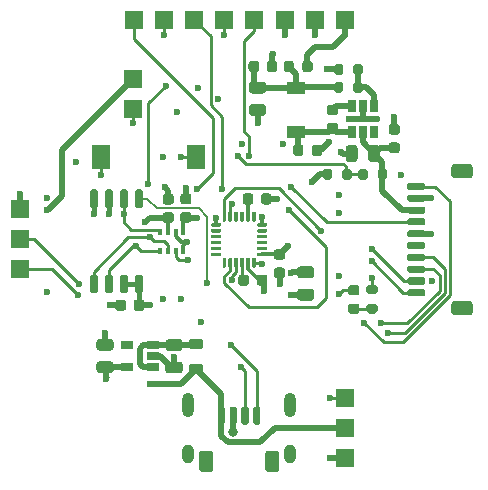
<source format=gbr>
%TF.GenerationSoftware,KiCad,Pcbnew,5.1.8-db9833491~87~ubuntu20.04.1*%
%TF.CreationDate,2020-11-23T17:18:25+01:00*%
%TF.ProjectId,rosalyn-fc,726f7361-6c79-46e2-9d66-632e6b696361,v0.1*%
%TF.SameCoordinates,Original*%
%TF.FileFunction,Copper,L1,Top*%
%TF.FilePolarity,Positive*%
%FSLAX46Y46*%
G04 Gerber Fmt 4.6, Leading zero omitted, Abs format (unit mm)*
G04 Created by KiCad (PCBNEW 5.1.8-db9833491~87~ubuntu20.04.1) date 2020-11-23 17:18:25*
%MOMM*%
%LPD*%
G01*
G04 APERTURE LIST*
%TA.AperFunction,SMDPad,CuDef*%
%ADD10R,1.600000X1.000000*%
%TD*%
%TA.AperFunction,SMDPad,CuDef*%
%ADD11R,0.350000X0.500000*%
%TD*%
%TA.AperFunction,SMDPad,CuDef*%
%ADD12R,1.060000X0.650000*%
%TD*%
%TA.AperFunction,SMDPad,CuDef*%
%ADD13R,0.650000X1.060000*%
%TD*%
%TA.AperFunction,ComponentPad*%
%ADD14O,1.000000X2.100000*%
%TD*%
%TA.AperFunction,ComponentPad*%
%ADD15O,1.000000X1.600000*%
%TD*%
%TA.AperFunction,SMDPad,CuDef*%
%ADD16R,1.500000X1.500000*%
%TD*%
%TA.AperFunction,SMDPad,CuDef*%
%ADD17R,1.500000X2.000000*%
%TD*%
%TA.AperFunction,ViaPad*%
%ADD18C,0.800000*%
%TD*%
%TA.AperFunction,ViaPad*%
%ADD19C,0.600000*%
%TD*%
%TA.AperFunction,Conductor*%
%ADD20C,0.250000*%
%TD*%
%TA.AperFunction,Conductor*%
%ADD21C,0.500000*%
%TD*%
%TA.AperFunction,Conductor*%
%ADD22C,0.300000*%
%TD*%
%TA.AperFunction,Conductor*%
%ADD23C,0.400000*%
%TD*%
%TA.AperFunction,Conductor*%
%ADD24C,0.200000*%
%TD*%
G04 APERTURE END LIST*
%TO.P,C7,2*%
%TO.N,GND*%
%TA.AperFunction,SMDPad,CuDef*%
G36*
G01*
X139125000Y-109410000D02*
X138175000Y-109410000D01*
G75*
G02*
X137925000Y-109160000I0J250000D01*
G01*
X137925000Y-108660000D01*
G75*
G02*
X138175000Y-108410000I250000J0D01*
G01*
X139125000Y-108410000D01*
G75*
G02*
X139375000Y-108660000I0J-250000D01*
G01*
X139375000Y-109160000D01*
G75*
G02*
X139125000Y-109410000I-250000J0D01*
G01*
G37*
%TD.AperFunction*%
%TO.P,C7,1*%
%TO.N,+3V3*%
%TA.AperFunction,SMDPad,CuDef*%
G36*
G01*
X139125000Y-111310000D02*
X138175000Y-111310000D01*
G75*
G02*
X137925000Y-111060000I0J250000D01*
G01*
X137925000Y-110560000D01*
G75*
G02*
X138175000Y-110310000I250000J0D01*
G01*
X139125000Y-110310000D01*
G75*
G02*
X139375000Y-110560000I0J-250000D01*
G01*
X139375000Y-111060000D01*
G75*
G02*
X139125000Y-111310000I-250000J0D01*
G01*
G37*
%TD.AperFunction*%
%TD*%
%TO.P,C6,2*%
%TO.N,Net-(C6-Pad2)*%
%TA.AperFunction,SMDPad,CuDef*%
G36*
G01*
X144965000Y-109420000D02*
X144015000Y-109420000D01*
G75*
G02*
X143765000Y-109170000I0J250000D01*
G01*
X143765000Y-108670000D01*
G75*
G02*
X144015000Y-108420000I250000J0D01*
G01*
X144965000Y-108420000D01*
G75*
G02*
X145215000Y-108670000I0J-250000D01*
G01*
X145215000Y-109170000D01*
G75*
G02*
X144965000Y-109420000I-250000J0D01*
G01*
G37*
%TD.AperFunction*%
%TO.P,C6,1*%
%TO.N,GND*%
%TA.AperFunction,SMDPad,CuDef*%
G36*
G01*
X144965000Y-111320000D02*
X144015000Y-111320000D01*
G75*
G02*
X143765000Y-111070000I0J250000D01*
G01*
X143765000Y-110570000D01*
G75*
G02*
X144015000Y-110320000I250000J0D01*
G01*
X144965000Y-110320000D01*
G75*
G02*
X145215000Y-110570000I0J-250000D01*
G01*
X145215000Y-111070000D01*
G75*
G02*
X144965000Y-111320000I-250000J0D01*
G01*
G37*
%TD.AperFunction*%
%TD*%
%TO.P,C20,2*%
%TO.N,GND*%
%TA.AperFunction,SMDPad,CuDef*%
G36*
G01*
X144250000Y-97025000D02*
X143750000Y-97025000D01*
G75*
G02*
X143525000Y-96800000I0J225000D01*
G01*
X143525000Y-96350000D01*
G75*
G02*
X143750000Y-96125000I225000J0D01*
G01*
X144250000Y-96125000D01*
G75*
G02*
X144475000Y-96350000I0J-225000D01*
G01*
X144475000Y-96800000D01*
G75*
G02*
X144250000Y-97025000I-225000J0D01*
G01*
G37*
%TD.AperFunction*%
%TO.P,C20,1*%
%TO.N,+3V3*%
%TA.AperFunction,SMDPad,CuDef*%
G36*
G01*
X144250000Y-98575000D02*
X143750000Y-98575000D01*
G75*
G02*
X143525000Y-98350000I0J225000D01*
G01*
X143525000Y-97900000D01*
G75*
G02*
X143750000Y-97675000I225000J0D01*
G01*
X144250000Y-97675000D01*
G75*
G02*
X144475000Y-97900000I0J-225000D01*
G01*
X144475000Y-98350000D01*
G75*
G02*
X144250000Y-98575000I-225000J0D01*
G01*
G37*
%TD.AperFunction*%
%TD*%
D10*
%TO.P,L1,2*%
%TO.N,Net-(C18-Pad2)*%
X154844000Y-90866000D03*
%TO.P,L1,1*%
%TO.N,Net-(C19-Pad1)*%
X154844000Y-87166000D03*
%TD*%
%TO.P,R11,1*%
%TO.N,Net-(R10-Pad2)*%
%TA.AperFunction,SMDPad,CuDef*%
G36*
G01*
X160485000Y-85315000D02*
X160485000Y-85865000D01*
G75*
G02*
X160285000Y-86065000I-200000J0D01*
G01*
X159885000Y-86065000D01*
G75*
G02*
X159685000Y-85865000I0J200000D01*
G01*
X159685000Y-85315000D01*
G75*
G02*
X159885000Y-85115000I200000J0D01*
G01*
X160285000Y-85115000D01*
G75*
G02*
X160485000Y-85315000I0J-200000D01*
G01*
G37*
%TD.AperFunction*%
%TO.P,R11,2*%
%TO.N,GND*%
%TA.AperFunction,SMDPad,CuDef*%
G36*
G01*
X158835000Y-85315000D02*
X158835000Y-85865000D01*
G75*
G02*
X158635000Y-86065000I-200000J0D01*
G01*
X158235000Y-86065000D01*
G75*
G02*
X158035000Y-85865000I0J200000D01*
G01*
X158035000Y-85315000D01*
G75*
G02*
X158235000Y-85115000I200000J0D01*
G01*
X158635000Y-85115000D01*
G75*
G02*
X158835000Y-85315000I0J-200000D01*
G01*
G37*
%TD.AperFunction*%
%TD*%
%TO.P,C15,2*%
%TO.N,GND*%
%TA.AperFunction,SMDPad,CuDef*%
G36*
G01*
X140425000Y-105310000D02*
X140425000Y-105810000D01*
G75*
G02*
X140200000Y-106035000I-225000J0D01*
G01*
X139750000Y-106035000D01*
G75*
G02*
X139525000Y-105810000I0J225000D01*
G01*
X139525000Y-105310000D01*
G75*
G02*
X139750000Y-105085000I225000J0D01*
G01*
X140200000Y-105085000D01*
G75*
G02*
X140425000Y-105310000I0J-225000D01*
G01*
G37*
%TD.AperFunction*%
%TO.P,C15,1*%
%TO.N,+3V3*%
%TA.AperFunction,SMDPad,CuDef*%
G36*
G01*
X141975000Y-105310000D02*
X141975000Y-105810000D01*
G75*
G02*
X141750000Y-106035000I-225000J0D01*
G01*
X141300000Y-106035000D01*
G75*
G02*
X141075000Y-105810000I0J225000D01*
G01*
X141075000Y-105310000D01*
G75*
G02*
X141300000Y-105085000I225000J0D01*
G01*
X141750000Y-105085000D01*
G75*
G02*
X141975000Y-105310000I0J-225000D01*
G01*
G37*
%TD.AperFunction*%
%TD*%
%TO.P,C14,2*%
%TO.N,GND*%
%TA.AperFunction,SMDPad,CuDef*%
G36*
G01*
X145740000Y-97015000D02*
X145240000Y-97015000D01*
G75*
G02*
X145015000Y-96790000I0J225000D01*
G01*
X145015000Y-96340000D01*
G75*
G02*
X145240000Y-96115000I225000J0D01*
G01*
X145740000Y-96115000D01*
G75*
G02*
X145965000Y-96340000I0J-225000D01*
G01*
X145965000Y-96790000D01*
G75*
G02*
X145740000Y-97015000I-225000J0D01*
G01*
G37*
%TD.AperFunction*%
%TO.P,C14,1*%
%TO.N,+3V3*%
%TA.AperFunction,SMDPad,CuDef*%
G36*
G01*
X145740000Y-98565000D02*
X145240000Y-98565000D01*
G75*
G02*
X145015000Y-98340000I0J225000D01*
G01*
X145015000Y-97890000D01*
G75*
G02*
X145240000Y-97665000I225000J0D01*
G01*
X145740000Y-97665000D01*
G75*
G02*
X145965000Y-97890000I0J-225000D01*
G01*
X145965000Y-98340000D01*
G75*
G02*
X145740000Y-98565000I-225000J0D01*
G01*
G37*
%TD.AperFunction*%
%TD*%
%TO.P,C13,2*%
%TO.N,GND*%
%TA.AperFunction,SMDPad,CuDef*%
G36*
G01*
X153170000Y-102355000D02*
X153670000Y-102355000D01*
G75*
G02*
X153895000Y-102580000I0J-225000D01*
G01*
X153895000Y-103030000D01*
G75*
G02*
X153670000Y-103255000I-225000J0D01*
G01*
X153170000Y-103255000D01*
G75*
G02*
X152945000Y-103030000I0J225000D01*
G01*
X152945000Y-102580000D01*
G75*
G02*
X153170000Y-102355000I225000J0D01*
G01*
G37*
%TD.AperFunction*%
%TO.P,C13,1*%
%TO.N,+3V3*%
%TA.AperFunction,SMDPad,CuDef*%
G36*
G01*
X153170000Y-100805000D02*
X153670000Y-100805000D01*
G75*
G02*
X153895000Y-101030000I0J-225000D01*
G01*
X153895000Y-101480000D01*
G75*
G02*
X153670000Y-101705000I-225000J0D01*
G01*
X153170000Y-101705000D01*
G75*
G02*
X152945000Y-101480000I0J225000D01*
G01*
X152945000Y-101030000D01*
G75*
G02*
X153170000Y-100805000I225000J0D01*
G01*
G37*
%TD.AperFunction*%
%TD*%
D11*
%TO.P,U1,1*%
%TO.N,GND*%
X145265000Y-100970000D03*
%TO.P,U1,5*%
%TO.N,spi3_miso*%
X143315000Y-99370000D03*
%TO.P,U1,6*%
%TO.N,+3V3*%
X143965000Y-99370000D03*
%TO.P,U1,7*%
%TO.N,GND*%
X144615000Y-99370000D03*
%TO.P,U1,4*%
%TO.N,spi3_sck*%
X143315000Y-100970000D03*
%TO.P,U1,3*%
%TO.N,spi3_mosi*%
X143965000Y-100970000D03*
%TO.P,U1,2*%
%TO.N,baro_cs*%
X144615000Y-100970000D03*
%TO.P,U1,8*%
%TO.N,+3V3*%
X145265000Y-99370000D03*
%TD*%
%TO.P,U5,1*%
%TO.N,GND*%
%TA.AperFunction,SMDPad,CuDef*%
G36*
G01*
X147625000Y-98825000D02*
X147625000Y-98675000D01*
G75*
G02*
X147700000Y-98600000I75000J0D01*
G01*
X148400000Y-98600000D01*
G75*
G02*
X148475000Y-98675000I0J-75000D01*
G01*
X148475000Y-98825000D01*
G75*
G02*
X148400000Y-98900000I-75000J0D01*
G01*
X147700000Y-98900000D01*
G75*
G02*
X147625000Y-98825000I0J75000D01*
G01*
G37*
%TD.AperFunction*%
%TO.P,U5,2*%
%TO.N,N/C*%
%TA.AperFunction,SMDPad,CuDef*%
G36*
G01*
X147625000Y-99325000D02*
X147625000Y-99175000D01*
G75*
G02*
X147700000Y-99100000I75000J0D01*
G01*
X148400000Y-99100000D01*
G75*
G02*
X148475000Y-99175000I0J-75000D01*
G01*
X148475000Y-99325000D01*
G75*
G02*
X148400000Y-99400000I-75000J0D01*
G01*
X147700000Y-99400000D01*
G75*
G02*
X147625000Y-99325000I0J75000D01*
G01*
G37*
%TD.AperFunction*%
%TO.P,U5,3*%
%TA.AperFunction,SMDPad,CuDef*%
G36*
G01*
X147625000Y-99825000D02*
X147625000Y-99675000D01*
G75*
G02*
X147700000Y-99600000I75000J0D01*
G01*
X148400000Y-99600000D01*
G75*
G02*
X148475000Y-99675000I0J-75000D01*
G01*
X148475000Y-99825000D01*
G75*
G02*
X148400000Y-99900000I-75000J0D01*
G01*
X147700000Y-99900000D01*
G75*
G02*
X147625000Y-99825000I0J75000D01*
G01*
G37*
%TD.AperFunction*%
%TO.P,U5,4*%
%TA.AperFunction,SMDPad,CuDef*%
G36*
G01*
X147625000Y-100325000D02*
X147625000Y-100175000D01*
G75*
G02*
X147700000Y-100100000I75000J0D01*
G01*
X148400000Y-100100000D01*
G75*
G02*
X148475000Y-100175000I0J-75000D01*
G01*
X148475000Y-100325000D01*
G75*
G02*
X148400000Y-100400000I-75000J0D01*
G01*
X147700000Y-100400000D01*
G75*
G02*
X147625000Y-100325000I0J75000D01*
G01*
G37*
%TD.AperFunction*%
%TO.P,U5,5*%
%TA.AperFunction,SMDPad,CuDef*%
G36*
G01*
X147625000Y-100825000D02*
X147625000Y-100675000D01*
G75*
G02*
X147700000Y-100600000I75000J0D01*
G01*
X148400000Y-100600000D01*
G75*
G02*
X148475000Y-100675000I0J-75000D01*
G01*
X148475000Y-100825000D01*
G75*
G02*
X148400000Y-100900000I-75000J0D01*
G01*
X147700000Y-100900000D01*
G75*
G02*
X147625000Y-100825000I0J75000D01*
G01*
G37*
%TD.AperFunction*%
%TO.P,U5,6*%
%TA.AperFunction,SMDPad,CuDef*%
G36*
G01*
X147625000Y-101325000D02*
X147625000Y-101175000D01*
G75*
G02*
X147700000Y-101100000I75000J0D01*
G01*
X148400000Y-101100000D01*
G75*
G02*
X148475000Y-101175000I0J-75000D01*
G01*
X148475000Y-101325000D01*
G75*
G02*
X148400000Y-101400000I-75000J0D01*
G01*
X147700000Y-101400000D01*
G75*
G02*
X147625000Y-101325000I0J75000D01*
G01*
G37*
%TD.AperFunction*%
%TO.P,U5,7*%
%TA.AperFunction,SMDPad,CuDef*%
G36*
G01*
X148825000Y-102375000D02*
X148675000Y-102375000D01*
G75*
G02*
X148600000Y-102300000I0J75000D01*
G01*
X148600000Y-101600000D01*
G75*
G02*
X148675000Y-101525000I75000J0D01*
G01*
X148825000Y-101525000D01*
G75*
G02*
X148900000Y-101600000I0J-75000D01*
G01*
X148900000Y-102300000D01*
G75*
G02*
X148825000Y-102375000I-75000J0D01*
G01*
G37*
%TD.AperFunction*%
%TO.P,U5,8*%
%TO.N,gyro1_cs*%
%TA.AperFunction,SMDPad,CuDef*%
G36*
G01*
X149325000Y-102375000D02*
X149175000Y-102375000D01*
G75*
G02*
X149100000Y-102300000I0J75000D01*
G01*
X149100000Y-101600000D01*
G75*
G02*
X149175000Y-101525000I75000J0D01*
G01*
X149325000Y-101525000D01*
G75*
G02*
X149400000Y-101600000I0J-75000D01*
G01*
X149400000Y-102300000D01*
G75*
G02*
X149325000Y-102375000I-75000J0D01*
G01*
G37*
%TD.AperFunction*%
%TO.P,U5,9*%
%TO.N,spi1_miso*%
%TA.AperFunction,SMDPad,CuDef*%
G36*
G01*
X149825000Y-102375000D02*
X149675000Y-102375000D01*
G75*
G02*
X149600000Y-102300000I0J75000D01*
G01*
X149600000Y-101600000D01*
G75*
G02*
X149675000Y-101525000I75000J0D01*
G01*
X149825000Y-101525000D01*
G75*
G02*
X149900000Y-101600000I0J-75000D01*
G01*
X149900000Y-102300000D01*
G75*
G02*
X149825000Y-102375000I-75000J0D01*
G01*
G37*
%TD.AperFunction*%
%TO.P,U5,10*%
%TO.N,Net-(C2-Pad1)*%
%TA.AperFunction,SMDPad,CuDef*%
G36*
G01*
X150325000Y-102375000D02*
X150175000Y-102375000D01*
G75*
G02*
X150100000Y-102300000I0J75000D01*
G01*
X150100000Y-101600000D01*
G75*
G02*
X150175000Y-101525000I75000J0D01*
G01*
X150325000Y-101525000D01*
G75*
G02*
X150400000Y-101600000I0J-75000D01*
G01*
X150400000Y-102300000D01*
G75*
G02*
X150325000Y-102375000I-75000J0D01*
G01*
G37*
%TD.AperFunction*%
%TO.P,U5,11*%
%TO.N,GND*%
%TA.AperFunction,SMDPad,CuDef*%
G36*
G01*
X150825000Y-102375000D02*
X150675000Y-102375000D01*
G75*
G02*
X150600000Y-102300000I0J75000D01*
G01*
X150600000Y-101600000D01*
G75*
G02*
X150675000Y-101525000I75000J0D01*
G01*
X150825000Y-101525000D01*
G75*
G02*
X150900000Y-101600000I0J-75000D01*
G01*
X150900000Y-102300000D01*
G75*
G02*
X150825000Y-102375000I-75000J0D01*
G01*
G37*
%TD.AperFunction*%
%TO.P,U5,12*%
%TO.N,gyro1_exti*%
%TA.AperFunction,SMDPad,CuDef*%
G36*
G01*
X151325000Y-102375000D02*
X151175000Y-102375000D01*
G75*
G02*
X151100000Y-102300000I0J75000D01*
G01*
X151100000Y-101600000D01*
G75*
G02*
X151175000Y-101525000I75000J0D01*
G01*
X151325000Y-101525000D01*
G75*
G02*
X151400000Y-101600000I0J-75000D01*
G01*
X151400000Y-102300000D01*
G75*
G02*
X151325000Y-102375000I-75000J0D01*
G01*
G37*
%TD.AperFunction*%
%TO.P,U5,13*%
%TO.N,+3V3*%
%TA.AperFunction,SMDPad,CuDef*%
G36*
G01*
X151525000Y-101325000D02*
X151525000Y-101175000D01*
G75*
G02*
X151600000Y-101100000I75000J0D01*
G01*
X152300000Y-101100000D01*
G75*
G02*
X152375000Y-101175000I0J-75000D01*
G01*
X152375000Y-101325000D01*
G75*
G02*
X152300000Y-101400000I-75000J0D01*
G01*
X151600000Y-101400000D01*
G75*
G02*
X151525000Y-101325000I0J75000D01*
G01*
G37*
%TD.AperFunction*%
%TO.P,U5,14*%
%TO.N,N/C*%
%TA.AperFunction,SMDPad,CuDef*%
G36*
G01*
X151525000Y-100825000D02*
X151525000Y-100675000D01*
G75*
G02*
X151600000Y-100600000I75000J0D01*
G01*
X152300000Y-100600000D01*
G75*
G02*
X152375000Y-100675000I0J-75000D01*
G01*
X152375000Y-100825000D01*
G75*
G02*
X152300000Y-100900000I-75000J0D01*
G01*
X151600000Y-100900000D01*
G75*
G02*
X151525000Y-100825000I0J75000D01*
G01*
G37*
%TD.AperFunction*%
%TO.P,U5,15*%
%TA.AperFunction,SMDPad,CuDef*%
G36*
G01*
X151525000Y-100325000D02*
X151525000Y-100175000D01*
G75*
G02*
X151600000Y-100100000I75000J0D01*
G01*
X152300000Y-100100000D01*
G75*
G02*
X152375000Y-100175000I0J-75000D01*
G01*
X152375000Y-100325000D01*
G75*
G02*
X152300000Y-100400000I-75000J0D01*
G01*
X151600000Y-100400000D01*
G75*
G02*
X151525000Y-100325000I0J75000D01*
G01*
G37*
%TD.AperFunction*%
%TO.P,U5,16*%
%TA.AperFunction,SMDPad,CuDef*%
G36*
G01*
X151525000Y-99825000D02*
X151525000Y-99675000D01*
G75*
G02*
X151600000Y-99600000I75000J0D01*
G01*
X152300000Y-99600000D01*
G75*
G02*
X152375000Y-99675000I0J-75000D01*
G01*
X152375000Y-99825000D01*
G75*
G02*
X152300000Y-99900000I-75000J0D01*
G01*
X151600000Y-99900000D01*
G75*
G02*
X151525000Y-99825000I0J75000D01*
G01*
G37*
%TD.AperFunction*%
%TO.P,U5,17*%
%TA.AperFunction,SMDPad,CuDef*%
G36*
G01*
X151525000Y-99325000D02*
X151525000Y-99175000D01*
G75*
G02*
X151600000Y-99100000I75000J0D01*
G01*
X152300000Y-99100000D01*
G75*
G02*
X152375000Y-99175000I0J-75000D01*
G01*
X152375000Y-99325000D01*
G75*
G02*
X152300000Y-99400000I-75000J0D01*
G01*
X151600000Y-99400000D01*
G75*
G02*
X151525000Y-99325000I0J75000D01*
G01*
G37*
%TD.AperFunction*%
%TO.P,U5,18*%
%TO.N,GND*%
%TA.AperFunction,SMDPad,CuDef*%
G36*
G01*
X151525000Y-98825000D02*
X151525000Y-98675000D01*
G75*
G02*
X151600000Y-98600000I75000J0D01*
G01*
X152300000Y-98600000D01*
G75*
G02*
X152375000Y-98675000I0J-75000D01*
G01*
X152375000Y-98825000D01*
G75*
G02*
X152300000Y-98900000I-75000J0D01*
G01*
X151600000Y-98900000D01*
G75*
G02*
X151525000Y-98825000I0J75000D01*
G01*
G37*
%TD.AperFunction*%
%TO.P,U5,19*%
%TO.N,N/C*%
%TA.AperFunction,SMDPad,CuDef*%
G36*
G01*
X151325000Y-98475000D02*
X151175000Y-98475000D01*
G75*
G02*
X151100000Y-98400000I0J75000D01*
G01*
X151100000Y-97700000D01*
G75*
G02*
X151175000Y-97625000I75000J0D01*
G01*
X151325000Y-97625000D01*
G75*
G02*
X151400000Y-97700000I0J-75000D01*
G01*
X151400000Y-98400000D01*
G75*
G02*
X151325000Y-98475000I-75000J0D01*
G01*
G37*
%TD.AperFunction*%
%TO.P,U5,20*%
%TO.N,Net-(C3-Pad1)*%
%TA.AperFunction,SMDPad,CuDef*%
G36*
G01*
X150825000Y-98475000D02*
X150675000Y-98475000D01*
G75*
G02*
X150600000Y-98400000I0J75000D01*
G01*
X150600000Y-97700000D01*
G75*
G02*
X150675000Y-97625000I75000J0D01*
G01*
X150825000Y-97625000D01*
G75*
G02*
X150900000Y-97700000I0J-75000D01*
G01*
X150900000Y-98400000D01*
G75*
G02*
X150825000Y-98475000I-75000J0D01*
G01*
G37*
%TD.AperFunction*%
%TO.P,U5,21*%
%TO.N,N/C*%
%TA.AperFunction,SMDPad,CuDef*%
G36*
G01*
X150325000Y-98475000D02*
X150175000Y-98475000D01*
G75*
G02*
X150100000Y-98400000I0J75000D01*
G01*
X150100000Y-97700000D01*
G75*
G02*
X150175000Y-97625000I75000J0D01*
G01*
X150325000Y-97625000D01*
G75*
G02*
X150400000Y-97700000I0J-75000D01*
G01*
X150400000Y-98400000D01*
G75*
G02*
X150325000Y-98475000I-75000J0D01*
G01*
G37*
%TD.AperFunction*%
%TO.P,U5,22*%
%TA.AperFunction,SMDPad,CuDef*%
G36*
G01*
X149825000Y-98475000D02*
X149675000Y-98475000D01*
G75*
G02*
X149600000Y-98400000I0J75000D01*
G01*
X149600000Y-97700000D01*
G75*
G02*
X149675000Y-97625000I75000J0D01*
G01*
X149825000Y-97625000D01*
G75*
G02*
X149900000Y-97700000I0J-75000D01*
G01*
X149900000Y-98400000D01*
G75*
G02*
X149825000Y-98475000I-75000J0D01*
G01*
G37*
%TD.AperFunction*%
%TO.P,U5,23*%
%TO.N,spi1_sck*%
%TA.AperFunction,SMDPad,CuDef*%
G36*
G01*
X149325000Y-98475000D02*
X149175000Y-98475000D01*
G75*
G02*
X149100000Y-98400000I0J75000D01*
G01*
X149100000Y-97700000D01*
G75*
G02*
X149175000Y-97625000I75000J0D01*
G01*
X149325000Y-97625000D01*
G75*
G02*
X149400000Y-97700000I0J-75000D01*
G01*
X149400000Y-98400000D01*
G75*
G02*
X149325000Y-98475000I-75000J0D01*
G01*
G37*
%TD.AperFunction*%
%TO.P,U5,24*%
%TO.N,spi1_mosi*%
%TA.AperFunction,SMDPad,CuDef*%
G36*
G01*
X148825000Y-98475000D02*
X148675000Y-98475000D01*
G75*
G02*
X148600000Y-98400000I0J75000D01*
G01*
X148600000Y-97700000D01*
G75*
G02*
X148675000Y-97625000I75000J0D01*
G01*
X148825000Y-97625000D01*
G75*
G02*
X148900000Y-97700000I0J-75000D01*
G01*
X148900000Y-98400000D01*
G75*
G02*
X148825000Y-98475000I-75000J0D01*
G01*
G37*
%TD.AperFunction*%
%TD*%
%TO.P,C1,1*%
%TO.N,GND*%
%TA.AperFunction,SMDPad,CuDef*%
G36*
G01*
X156105000Y-105160000D02*
X155155000Y-105160000D01*
G75*
G02*
X154905000Y-104910000I0J250000D01*
G01*
X154905000Y-104410000D01*
G75*
G02*
X155155000Y-104160000I250000J0D01*
G01*
X156105000Y-104160000D01*
G75*
G02*
X156355000Y-104410000I0J-250000D01*
G01*
X156355000Y-104910000D01*
G75*
G02*
X156105000Y-105160000I-250000J0D01*
G01*
G37*
%TD.AperFunction*%
%TO.P,C1,2*%
%TO.N,Net-(C1-Pad2)*%
%TA.AperFunction,SMDPad,CuDef*%
G36*
G01*
X156105000Y-103260000D02*
X155155000Y-103260000D01*
G75*
G02*
X154905000Y-103010000I0J250000D01*
G01*
X154905000Y-102510000D01*
G75*
G02*
X155155000Y-102260000I250000J0D01*
G01*
X156105000Y-102260000D01*
G75*
G02*
X156355000Y-102510000I0J-250000D01*
G01*
X156355000Y-103010000D01*
G75*
G02*
X156105000Y-103260000I-250000J0D01*
G01*
G37*
%TD.AperFunction*%
%TD*%
%TO.P,C2,2*%
%TO.N,GND*%
%TA.AperFunction,SMDPad,CuDef*%
G36*
G01*
X151485000Y-103680000D02*
X151485000Y-103180000D01*
G75*
G02*
X151710000Y-102955000I225000J0D01*
G01*
X152160000Y-102955000D01*
G75*
G02*
X152385000Y-103180000I0J-225000D01*
G01*
X152385000Y-103680000D01*
G75*
G02*
X152160000Y-103905000I-225000J0D01*
G01*
X151710000Y-103905000D01*
G75*
G02*
X151485000Y-103680000I0J225000D01*
G01*
G37*
%TD.AperFunction*%
%TO.P,C2,1*%
%TO.N,Net-(C2-Pad1)*%
%TA.AperFunction,SMDPad,CuDef*%
G36*
G01*
X149935000Y-103680000D02*
X149935000Y-103180000D01*
G75*
G02*
X150160000Y-102955000I225000J0D01*
G01*
X150610000Y-102955000D01*
G75*
G02*
X150835000Y-103180000I0J-225000D01*
G01*
X150835000Y-103680000D01*
G75*
G02*
X150610000Y-103905000I-225000J0D01*
G01*
X150160000Y-103905000D01*
G75*
G02*
X149935000Y-103680000I0J225000D01*
G01*
G37*
%TD.AperFunction*%
%TD*%
%TO.P,C3,1*%
%TO.N,Net-(C3-Pad1)*%
%TA.AperFunction,SMDPad,CuDef*%
G36*
G01*
X150305000Y-96800000D02*
X150305000Y-96300000D01*
G75*
G02*
X150530000Y-96075000I225000J0D01*
G01*
X150980000Y-96075000D01*
G75*
G02*
X151205000Y-96300000I0J-225000D01*
G01*
X151205000Y-96800000D01*
G75*
G02*
X150980000Y-97025000I-225000J0D01*
G01*
X150530000Y-97025000D01*
G75*
G02*
X150305000Y-96800000I0J225000D01*
G01*
G37*
%TD.AperFunction*%
%TO.P,C3,2*%
%TO.N,GND*%
%TA.AperFunction,SMDPad,CuDef*%
G36*
G01*
X151855000Y-96800000D02*
X151855000Y-96300000D01*
G75*
G02*
X152080000Y-96075000I225000J0D01*
G01*
X152530000Y-96075000D01*
G75*
G02*
X152755000Y-96300000I0J-225000D01*
G01*
X152755000Y-96800000D01*
G75*
G02*
X152530000Y-97025000I-225000J0D01*
G01*
X152080000Y-97025000D01*
G75*
G02*
X151855000Y-96800000I0J225000D01*
G01*
G37*
%TD.AperFunction*%
%TD*%
%TO.P,D3,1*%
%TO.N,+3V3*%
%TA.AperFunction,SMDPad,CuDef*%
G36*
G01*
X159449750Y-103841000D02*
X159962250Y-103841000D01*
G75*
G02*
X160181000Y-104059750I0J-218750D01*
G01*
X160181000Y-104497250D01*
G75*
G02*
X159962250Y-104716000I-218750J0D01*
G01*
X159449750Y-104716000D01*
G75*
G02*
X159231000Y-104497250I0J218750D01*
G01*
X159231000Y-104059750D01*
G75*
G02*
X159449750Y-103841000I218750J0D01*
G01*
G37*
%TD.AperFunction*%
%TO.P,D3,2*%
%TO.N,Net-(D3-Pad2)*%
%TA.AperFunction,SMDPad,CuDef*%
G36*
G01*
X159449750Y-105416000D02*
X159962250Y-105416000D01*
G75*
G02*
X160181000Y-105634750I0J-218750D01*
G01*
X160181000Y-106072250D01*
G75*
G02*
X159962250Y-106291000I-218750J0D01*
G01*
X159449750Y-106291000D01*
G75*
G02*
X159231000Y-106072250I0J218750D01*
G01*
X159231000Y-105634750D01*
G75*
G02*
X159449750Y-105416000I218750J0D01*
G01*
G37*
%TD.AperFunction*%
%TD*%
%TO.P,R6,2*%
%TO.N,vbat_adc*%
%TA.AperFunction,SMDPad,CuDef*%
G36*
G01*
X160885000Y-94185000D02*
X160885000Y-94735000D01*
G75*
G02*
X160685000Y-94935000I-200000J0D01*
G01*
X160285000Y-94935000D01*
G75*
G02*
X160085000Y-94735000I0J200000D01*
G01*
X160085000Y-94185000D01*
G75*
G02*
X160285000Y-93985000I200000J0D01*
G01*
X160685000Y-93985000D01*
G75*
G02*
X160885000Y-94185000I0J-200000D01*
G01*
G37*
%TD.AperFunction*%
%TO.P,R6,1*%
%TO.N,vbat*%
%TA.AperFunction,SMDPad,CuDef*%
G36*
G01*
X162535000Y-94185000D02*
X162535000Y-94735000D01*
G75*
G02*
X162335000Y-94935000I-200000J0D01*
G01*
X161935000Y-94935000D01*
G75*
G02*
X161735000Y-94735000I0J200000D01*
G01*
X161735000Y-94185000D01*
G75*
G02*
X161935000Y-93985000I200000J0D01*
G01*
X162335000Y-93985000D01*
G75*
G02*
X162535000Y-94185000I0J-200000D01*
G01*
G37*
%TD.AperFunction*%
%TD*%
%TO.P,R7,1*%
%TO.N,vbat_adc*%
%TA.AperFunction,SMDPad,CuDef*%
G36*
G01*
X159525000Y-94185000D02*
X159525000Y-94735000D01*
G75*
G02*
X159325000Y-94935000I-200000J0D01*
G01*
X158925000Y-94935000D01*
G75*
G02*
X158725000Y-94735000I0J200000D01*
G01*
X158725000Y-94185000D01*
G75*
G02*
X158925000Y-93985000I200000J0D01*
G01*
X159325000Y-93985000D01*
G75*
G02*
X159525000Y-94185000I0J-200000D01*
G01*
G37*
%TD.AperFunction*%
%TO.P,R7,2*%
%TO.N,GND*%
%TA.AperFunction,SMDPad,CuDef*%
G36*
G01*
X157875000Y-94185000D02*
X157875000Y-94735000D01*
G75*
G02*
X157675000Y-94935000I-200000J0D01*
G01*
X157275000Y-94935000D01*
G75*
G02*
X157075000Y-94735000I0J200000D01*
G01*
X157075000Y-94185000D01*
G75*
G02*
X157275000Y-93985000I200000J0D01*
G01*
X157675000Y-93985000D01*
G75*
G02*
X157875000Y-94185000I0J-200000D01*
G01*
G37*
%TD.AperFunction*%
%TD*%
%TO.P,R9,1*%
%TO.N,led0*%
%TA.AperFunction,SMDPad,CuDef*%
G36*
G01*
X160981000Y-103811000D02*
X161531000Y-103811000D01*
G75*
G02*
X161731000Y-104011000I0J-200000D01*
G01*
X161731000Y-104411000D01*
G75*
G02*
X161531000Y-104611000I-200000J0D01*
G01*
X160981000Y-104611000D01*
G75*
G02*
X160781000Y-104411000I0J200000D01*
G01*
X160781000Y-104011000D01*
G75*
G02*
X160981000Y-103811000I200000J0D01*
G01*
G37*
%TD.AperFunction*%
%TO.P,R9,2*%
%TO.N,Net-(D3-Pad2)*%
%TA.AperFunction,SMDPad,CuDef*%
G36*
G01*
X160981000Y-105461000D02*
X161531000Y-105461000D01*
G75*
G02*
X161731000Y-105661000I0J-200000D01*
G01*
X161731000Y-106061000D01*
G75*
G02*
X161531000Y-106261000I-200000J0D01*
G01*
X160981000Y-106261000D01*
G75*
G02*
X160781000Y-106061000I0J200000D01*
G01*
X160781000Y-105661000D01*
G75*
G02*
X160981000Y-105461000I200000J0D01*
G01*
G37*
%TD.AperFunction*%
%TD*%
D12*
%TO.P,U6,1*%
%TO.N,Net-(C6-Pad2)*%
X142676000Y-110818000D03*
%TO.P,U6,2*%
%TO.N,GND*%
X142676000Y-109868000D03*
%TO.P,U6,3*%
%TO.N,Net-(C6-Pad2)*%
X142676000Y-108918000D03*
%TO.P,U6,4*%
%TO.N,N/C*%
X140476000Y-108918000D03*
%TO.P,U6,5*%
%TO.N,+3V3*%
X140476000Y-110818000D03*
%TD*%
%TO.P,C17,2*%
%TO.N,vbat*%
%TA.AperFunction,SMDPad,CuDef*%
G36*
G01*
X160930000Y-93185000D02*
X160930000Y-92235000D01*
G75*
G02*
X161180000Y-91985000I250000J0D01*
G01*
X161680000Y-91985000D01*
G75*
G02*
X161930000Y-92235000I0J-250000D01*
G01*
X161930000Y-93185000D01*
G75*
G02*
X161680000Y-93435000I-250000J0D01*
G01*
X161180000Y-93435000D01*
G75*
G02*
X160930000Y-93185000I0J250000D01*
G01*
G37*
%TD.AperFunction*%
%TO.P,C17,1*%
%TO.N,GND*%
%TA.AperFunction,SMDPad,CuDef*%
G36*
G01*
X159030000Y-93185000D02*
X159030000Y-92235000D01*
G75*
G02*
X159280000Y-91985000I250000J0D01*
G01*
X159780000Y-91985000D01*
G75*
G02*
X160030000Y-92235000I0J-250000D01*
G01*
X160030000Y-93185000D01*
G75*
G02*
X159780000Y-93435000I-250000J0D01*
G01*
X159280000Y-93435000D01*
G75*
G02*
X159030000Y-93185000I0J250000D01*
G01*
G37*
%TD.AperFunction*%
%TD*%
%TO.P,C18,1*%
%TO.N,Net-(C18-Pad1)*%
%TA.AperFunction,SMDPad,CuDef*%
G36*
G01*
X157654000Y-88575000D02*
X158154000Y-88575000D01*
G75*
G02*
X158379000Y-88800000I0J-225000D01*
G01*
X158379000Y-89250000D01*
G75*
G02*
X158154000Y-89475000I-225000J0D01*
G01*
X157654000Y-89475000D01*
G75*
G02*
X157429000Y-89250000I0J225000D01*
G01*
X157429000Y-88800000D01*
G75*
G02*
X157654000Y-88575000I225000J0D01*
G01*
G37*
%TD.AperFunction*%
%TO.P,C18,2*%
%TO.N,Net-(C18-Pad2)*%
%TA.AperFunction,SMDPad,CuDef*%
G36*
G01*
X157654000Y-90125000D02*
X158154000Y-90125000D01*
G75*
G02*
X158379000Y-90350000I0J-225000D01*
G01*
X158379000Y-90800000D01*
G75*
G02*
X158154000Y-91025000I-225000J0D01*
G01*
X157654000Y-91025000D01*
G75*
G02*
X157429000Y-90800000I0J225000D01*
G01*
X157429000Y-90350000D01*
G75*
G02*
X157654000Y-90125000I225000J0D01*
G01*
G37*
%TD.AperFunction*%
%TD*%
%TO.P,C19,1*%
%TO.N,Net-(C19-Pad1)*%
%TA.AperFunction,SMDPad,CuDef*%
G36*
G01*
X151085000Y-86630000D02*
X152035000Y-86630000D01*
G75*
G02*
X152285000Y-86880000I0J-250000D01*
G01*
X152285000Y-87380000D01*
G75*
G02*
X152035000Y-87630000I-250000J0D01*
G01*
X151085000Y-87630000D01*
G75*
G02*
X150835000Y-87380000I0J250000D01*
G01*
X150835000Y-86880000D01*
G75*
G02*
X151085000Y-86630000I250000J0D01*
G01*
G37*
%TD.AperFunction*%
%TO.P,C19,2*%
%TO.N,GND*%
%TA.AperFunction,SMDPad,CuDef*%
G36*
G01*
X151085000Y-88530000D02*
X152035000Y-88530000D01*
G75*
G02*
X152285000Y-88780000I0J-250000D01*
G01*
X152285000Y-89280000D01*
G75*
G02*
X152035000Y-89530000I-250000J0D01*
G01*
X151085000Y-89530000D01*
G75*
G02*
X150835000Y-89280000I0J250000D01*
G01*
X150835000Y-88780000D01*
G75*
G02*
X151085000Y-88530000I250000J0D01*
G01*
G37*
%TD.AperFunction*%
%TD*%
%TO.P,D4,1*%
%TO.N,Net-(C18-Pad2)*%
%TA.AperFunction,SMDPad,CuDef*%
G36*
G01*
X154575000Y-92696250D02*
X154575000Y-92183750D01*
G75*
G02*
X154793750Y-91965000I218750J0D01*
G01*
X155231250Y-91965000D01*
G75*
G02*
X155450000Y-92183750I0J-218750D01*
G01*
X155450000Y-92696250D01*
G75*
G02*
X155231250Y-92915000I-218750J0D01*
G01*
X154793750Y-92915000D01*
G75*
G02*
X154575000Y-92696250I0J218750D01*
G01*
G37*
%TD.AperFunction*%
%TO.P,D4,2*%
%TO.N,GND*%
%TA.AperFunction,SMDPad,CuDef*%
G36*
G01*
X156150000Y-92696250D02*
X156150000Y-92183750D01*
G75*
G02*
X156368750Y-91965000I218750J0D01*
G01*
X156806250Y-91965000D01*
G75*
G02*
X157025000Y-92183750I0J-218750D01*
G01*
X157025000Y-92696250D01*
G75*
G02*
X156806250Y-92915000I-218750J0D01*
G01*
X156368750Y-92915000D01*
G75*
G02*
X156150000Y-92696250I0J218750D01*
G01*
G37*
%TD.AperFunction*%
%TD*%
%TO.P,D2,2*%
%TO.N,Net-(C19-Pad1)*%
%TA.AperFunction,SMDPad,CuDef*%
G36*
G01*
X154640000Y-85083750D02*
X154640000Y-85596250D01*
G75*
G02*
X154421250Y-85815000I-218750J0D01*
G01*
X153983750Y-85815000D01*
G75*
G02*
X153765000Y-85596250I0J218750D01*
G01*
X153765000Y-85083750D01*
G75*
G02*
X153983750Y-84865000I218750J0D01*
G01*
X154421250Y-84865000D01*
G75*
G02*
X154640000Y-85083750I0J-218750D01*
G01*
G37*
%TD.AperFunction*%
%TO.P,D2,1*%
%TO.N,+5V*%
%TA.AperFunction,SMDPad,CuDef*%
G36*
G01*
X156215000Y-85083750D02*
X156215000Y-85596250D01*
G75*
G02*
X155996250Y-85815000I-218750J0D01*
G01*
X155558750Y-85815000D01*
G75*
G02*
X155340000Y-85596250I0J218750D01*
G01*
X155340000Y-85083750D01*
G75*
G02*
X155558750Y-84865000I218750J0D01*
G01*
X155996250Y-84865000D01*
G75*
G02*
X156215000Y-85083750I0J-218750D01*
G01*
G37*
%TD.AperFunction*%
%TD*%
%TO.P,R10,2*%
%TO.N,Net-(R10-Pad2)*%
%TA.AperFunction,SMDPad,CuDef*%
G36*
G01*
X159679000Y-87375000D02*
X159679000Y-86825000D01*
G75*
G02*
X159879000Y-86625000I200000J0D01*
G01*
X160279000Y-86625000D01*
G75*
G02*
X160479000Y-86825000I0J-200000D01*
G01*
X160479000Y-87375000D01*
G75*
G02*
X160279000Y-87575000I-200000J0D01*
G01*
X159879000Y-87575000D01*
G75*
G02*
X159679000Y-87375000I0J200000D01*
G01*
G37*
%TD.AperFunction*%
%TO.P,R10,1*%
%TO.N,Net-(C19-Pad1)*%
%TA.AperFunction,SMDPad,CuDef*%
G36*
G01*
X158029000Y-87375000D02*
X158029000Y-86825000D01*
G75*
G02*
X158229000Y-86625000I200000J0D01*
G01*
X158629000Y-86625000D01*
G75*
G02*
X158829000Y-86825000I0J-200000D01*
G01*
X158829000Y-87375000D01*
G75*
G02*
X158629000Y-87575000I-200000J0D01*
G01*
X158229000Y-87575000D01*
G75*
G02*
X158029000Y-87375000I0J200000D01*
G01*
G37*
%TD.AperFunction*%
%TD*%
D13*
%TO.P,U7,1*%
%TO.N,Net-(C18-Pad2)*%
X159534000Y-90890000D03*
%TO.P,U7,2*%
%TO.N,vbat*%
X160484000Y-90890000D03*
%TO.P,U7,3*%
%TO.N,N/C*%
X161434000Y-90890000D03*
%TO.P,U7,4*%
%TO.N,Net-(R10-Pad2)*%
X161434000Y-88690000D03*
%TO.P,U7,6*%
%TO.N,Net-(C18-Pad1)*%
X159534000Y-88690000D03*
%TO.P,U7,5*%
%TO.N,GND*%
X160484000Y-88690000D03*
%TD*%
%TO.P,FB1,1*%
%TO.N,Net-(C6-Pad2)*%
%TA.AperFunction,SMDPad,CuDef*%
G36*
G01*
X145978750Y-108380000D02*
X146741250Y-108380000D01*
G75*
G02*
X146960000Y-108598750I0J-218750D01*
G01*
X146960000Y-109036250D01*
G75*
G02*
X146741250Y-109255000I-218750J0D01*
G01*
X145978750Y-109255000D01*
G75*
G02*
X145760000Y-109036250I0J218750D01*
G01*
X145760000Y-108598750D01*
G75*
G02*
X145978750Y-108380000I218750J0D01*
G01*
G37*
%TD.AperFunction*%
%TO.P,FB1,2*%
%TO.N,+5V*%
%TA.AperFunction,SMDPad,CuDef*%
G36*
G01*
X145978750Y-110505000D02*
X146741250Y-110505000D01*
G75*
G02*
X146960000Y-110723750I0J-218750D01*
G01*
X146960000Y-111161250D01*
G75*
G02*
X146741250Y-111380000I-218750J0D01*
G01*
X145978750Y-111380000D01*
G75*
G02*
X145760000Y-111161250I0J218750D01*
G01*
X145760000Y-110723750D01*
G75*
G02*
X145978750Y-110505000I218750J0D01*
G01*
G37*
%TD.AperFunction*%
%TD*%
%TO.P,C4,1*%
%TO.N,vbat*%
%TA.AperFunction,SMDPad,CuDef*%
G36*
G01*
X163380000Y-92670000D02*
X162880000Y-92670000D01*
G75*
G02*
X162655000Y-92445000I0J225000D01*
G01*
X162655000Y-91995000D01*
G75*
G02*
X162880000Y-91770000I225000J0D01*
G01*
X163380000Y-91770000D01*
G75*
G02*
X163605000Y-91995000I0J-225000D01*
G01*
X163605000Y-92445000D01*
G75*
G02*
X163380000Y-92670000I-225000J0D01*
G01*
G37*
%TD.AperFunction*%
%TO.P,C4,2*%
%TO.N,GND*%
%TA.AperFunction,SMDPad,CuDef*%
G36*
G01*
X163380000Y-91120000D02*
X162880000Y-91120000D01*
G75*
G02*
X162655000Y-90895000I0J225000D01*
G01*
X162655000Y-90445000D01*
G75*
G02*
X162880000Y-90220000I225000J0D01*
G01*
X163380000Y-90220000D01*
G75*
G02*
X163605000Y-90445000I0J-225000D01*
G01*
X163605000Y-90895000D01*
G75*
G02*
X163380000Y-91120000I-225000J0D01*
G01*
G37*
%TD.AperFunction*%
%TD*%
%TO.P,C5,2*%
%TO.N,GND*%
%TA.AperFunction,SMDPad,CuDef*%
G36*
G01*
X152345000Y-85590000D02*
X152345000Y-85090000D01*
G75*
G02*
X152570000Y-84865000I225000J0D01*
G01*
X153020000Y-84865000D01*
G75*
G02*
X153245000Y-85090000I0J-225000D01*
G01*
X153245000Y-85590000D01*
G75*
G02*
X153020000Y-85815000I-225000J0D01*
G01*
X152570000Y-85815000D01*
G75*
G02*
X152345000Y-85590000I0J225000D01*
G01*
G37*
%TD.AperFunction*%
%TO.P,C5,1*%
%TO.N,Net-(C19-Pad1)*%
%TA.AperFunction,SMDPad,CuDef*%
G36*
G01*
X150795000Y-85590000D02*
X150795000Y-85090000D01*
G75*
G02*
X151020000Y-84865000I225000J0D01*
G01*
X151470000Y-84865000D01*
G75*
G02*
X151695000Y-85090000I0J-225000D01*
G01*
X151695000Y-85590000D01*
G75*
G02*
X151470000Y-85815000I-225000J0D01*
G01*
X151020000Y-85815000D01*
G75*
G02*
X150795000Y-85590000I0J225000D01*
G01*
G37*
%TD.AperFunction*%
%TD*%
%TO.P,J3,MP*%
%TO.N,N/C*%
%TA.AperFunction,SMDPad,CuDef*%
G36*
G01*
X152200000Y-119425001D02*
X152200000Y-118124999D01*
G75*
G02*
X152449999Y-117875000I249999J0D01*
G01*
X153150001Y-117875000D01*
G75*
G02*
X153400000Y-118124999I0J-249999D01*
G01*
X153400000Y-119425001D01*
G75*
G02*
X153150001Y-119675000I-249999J0D01*
G01*
X152449999Y-119675000D01*
G75*
G02*
X152200000Y-119425001I0J249999D01*
G01*
G37*
%TD.AperFunction*%
%TA.AperFunction,SMDPad,CuDef*%
G36*
G01*
X146600000Y-119425001D02*
X146600000Y-118124999D01*
G75*
G02*
X146849999Y-117875000I249999J0D01*
G01*
X147550001Y-117875000D01*
G75*
G02*
X147800000Y-118124999I0J-249999D01*
G01*
X147800000Y-119425001D01*
G75*
G02*
X147550001Y-119675000I-249999J0D01*
G01*
X146849999Y-119675000D01*
G75*
G02*
X146600000Y-119425001I0J249999D01*
G01*
G37*
%TD.AperFunction*%
%TO.P,J3,4*%
%TO.N,usart1_rx*%
%TA.AperFunction,SMDPad,CuDef*%
G36*
G01*
X151200000Y-115525000D02*
X151200000Y-114275000D01*
G75*
G02*
X151350000Y-114125000I150000J0D01*
G01*
X151650000Y-114125000D01*
G75*
G02*
X151800000Y-114275000I0J-150000D01*
G01*
X151800000Y-115525000D01*
G75*
G02*
X151650000Y-115675000I-150000J0D01*
G01*
X151350000Y-115675000D01*
G75*
G02*
X151200000Y-115525000I0J150000D01*
G01*
G37*
%TD.AperFunction*%
%TO.P,J3,3*%
%TO.N,usart1_tx*%
%TA.AperFunction,SMDPad,CuDef*%
G36*
G01*
X150200000Y-115525000D02*
X150200000Y-114275000D01*
G75*
G02*
X150350000Y-114125000I150000J0D01*
G01*
X150650000Y-114125000D01*
G75*
G02*
X150800000Y-114275000I0J-150000D01*
G01*
X150800000Y-115525000D01*
G75*
G02*
X150650000Y-115675000I-150000J0D01*
G01*
X150350000Y-115675000D01*
G75*
G02*
X150200000Y-115525000I0J150000D01*
G01*
G37*
%TD.AperFunction*%
%TO.P,J3,2*%
%TO.N,GND*%
%TA.AperFunction,SMDPad,CuDef*%
G36*
G01*
X149200000Y-115525000D02*
X149200000Y-114275000D01*
G75*
G02*
X149350000Y-114125000I150000J0D01*
G01*
X149650000Y-114125000D01*
G75*
G02*
X149800000Y-114275000I0J-150000D01*
G01*
X149800000Y-115525000D01*
G75*
G02*
X149650000Y-115675000I-150000J0D01*
G01*
X149350000Y-115675000D01*
G75*
G02*
X149200000Y-115525000I0J150000D01*
G01*
G37*
%TD.AperFunction*%
%TO.P,J3,1*%
%TO.N,+5V*%
%TA.AperFunction,SMDPad,CuDef*%
G36*
G01*
X148200000Y-115525000D02*
X148200000Y-114275000D01*
G75*
G02*
X148350000Y-114125000I150000J0D01*
G01*
X148650000Y-114125000D01*
G75*
G02*
X148800000Y-114275000I0J-150000D01*
G01*
X148800000Y-115525000D01*
G75*
G02*
X148650000Y-115675000I-150000J0D01*
G01*
X148350000Y-115675000D01*
G75*
G02*
X148200000Y-115525000I0J150000D01*
G01*
G37*
%TD.AperFunction*%
%TD*%
%TO.P,J7,MP*%
%TO.N,N/C*%
%TA.AperFunction,SMDPad,CuDef*%
G36*
G01*
X169525001Y-94800000D02*
X168224999Y-94800000D01*
G75*
G02*
X167975000Y-94550001I0J249999D01*
G01*
X167975000Y-93849999D01*
G75*
G02*
X168224999Y-93600000I249999J0D01*
G01*
X169525001Y-93600000D01*
G75*
G02*
X169775000Y-93849999I0J-249999D01*
G01*
X169775000Y-94550001D01*
G75*
G02*
X169525001Y-94800000I-249999J0D01*
G01*
G37*
%TD.AperFunction*%
%TA.AperFunction,SMDPad,CuDef*%
G36*
G01*
X169525001Y-106400000D02*
X168224999Y-106400000D01*
G75*
G02*
X167975000Y-106150001I0J249999D01*
G01*
X167975000Y-105449999D01*
G75*
G02*
X168224999Y-105200000I249999J0D01*
G01*
X169525001Y-105200000D01*
G75*
G02*
X169775000Y-105449999I0J-249999D01*
G01*
X169775000Y-106150001D01*
G75*
G02*
X169525001Y-106400000I-249999J0D01*
G01*
G37*
%TD.AperFunction*%
%TO.P,J7,10*%
%TO.N,uart6_rxtx*%
%TA.AperFunction,SMDPad,CuDef*%
G36*
G01*
X165625000Y-95800000D02*
X164375000Y-95800000D01*
G75*
G02*
X164225000Y-95650000I0J150000D01*
G01*
X164225000Y-95350000D01*
G75*
G02*
X164375000Y-95200000I150000J0D01*
G01*
X165625000Y-95200000D01*
G75*
G02*
X165775000Y-95350000I0J-150000D01*
G01*
X165775000Y-95650000D01*
G75*
G02*
X165625000Y-95800000I-150000J0D01*
G01*
G37*
%TD.AperFunction*%
%TO.P,J7,9*%
%TO.N,GND*%
%TA.AperFunction,SMDPad,CuDef*%
G36*
G01*
X165625000Y-96800000D02*
X164375000Y-96800000D01*
G75*
G02*
X164225000Y-96650000I0J150000D01*
G01*
X164225000Y-96350000D01*
G75*
G02*
X164375000Y-96200000I150000J0D01*
G01*
X165625000Y-96200000D01*
G75*
G02*
X165775000Y-96350000I0J-150000D01*
G01*
X165775000Y-96650000D01*
G75*
G02*
X165625000Y-96800000I-150000J0D01*
G01*
G37*
%TD.AperFunction*%
%TO.P,J7,8*%
%TO.N,vbat*%
%TA.AperFunction,SMDPad,CuDef*%
G36*
G01*
X165625000Y-97800000D02*
X164375000Y-97800000D01*
G75*
G02*
X164225000Y-97650000I0J150000D01*
G01*
X164225000Y-97350000D01*
G75*
G02*
X164375000Y-97200000I150000J0D01*
G01*
X165625000Y-97200000D01*
G75*
G02*
X165775000Y-97350000I0J-150000D01*
G01*
X165775000Y-97650000D01*
G75*
G02*
X165625000Y-97800000I-150000J0D01*
G01*
G37*
%TD.AperFunction*%
%TO.P,J7,7*%
%TO.N,current_adc*%
%TA.AperFunction,SMDPad,CuDef*%
G36*
G01*
X165625000Y-98800000D02*
X164375000Y-98800000D01*
G75*
G02*
X164225000Y-98650000I0J150000D01*
G01*
X164225000Y-98350000D01*
G75*
G02*
X164375000Y-98200000I150000J0D01*
G01*
X165625000Y-98200000D01*
G75*
G02*
X165775000Y-98350000I0J-150000D01*
G01*
X165775000Y-98650000D01*
G75*
G02*
X165625000Y-98800000I-150000J0D01*
G01*
G37*
%TD.AperFunction*%
%TO.P,J7,6*%
%TO.N,GND*%
%TA.AperFunction,SMDPad,CuDef*%
G36*
G01*
X165625000Y-99800000D02*
X164375000Y-99800000D01*
G75*
G02*
X164225000Y-99650000I0J150000D01*
G01*
X164225000Y-99350000D01*
G75*
G02*
X164375000Y-99200000I150000J0D01*
G01*
X165625000Y-99200000D01*
G75*
G02*
X165775000Y-99350000I0J-150000D01*
G01*
X165775000Y-99650000D01*
G75*
G02*
X165625000Y-99800000I-150000J0D01*
G01*
G37*
%TD.AperFunction*%
%TO.P,J7,5*%
%TO.N,N/C*%
%TA.AperFunction,SMDPad,CuDef*%
G36*
G01*
X165625000Y-100800000D02*
X164375000Y-100800000D01*
G75*
G02*
X164225000Y-100650000I0J150000D01*
G01*
X164225000Y-100350000D01*
G75*
G02*
X164375000Y-100200000I150000J0D01*
G01*
X165625000Y-100200000D01*
G75*
G02*
X165775000Y-100350000I0J-150000D01*
G01*
X165775000Y-100650000D01*
G75*
G02*
X165625000Y-100800000I-150000J0D01*
G01*
G37*
%TD.AperFunction*%
%TO.P,J7,4*%
%TO.N,m1*%
%TA.AperFunction,SMDPad,CuDef*%
G36*
G01*
X165625000Y-101800000D02*
X164375000Y-101800000D01*
G75*
G02*
X164225000Y-101650000I0J150000D01*
G01*
X164225000Y-101350000D01*
G75*
G02*
X164375000Y-101200000I150000J0D01*
G01*
X165625000Y-101200000D01*
G75*
G02*
X165775000Y-101350000I0J-150000D01*
G01*
X165775000Y-101650000D01*
G75*
G02*
X165625000Y-101800000I-150000J0D01*
G01*
G37*
%TD.AperFunction*%
%TO.P,J7,3*%
%TO.N,m2*%
%TA.AperFunction,SMDPad,CuDef*%
G36*
G01*
X165625000Y-102800000D02*
X164375000Y-102800000D01*
G75*
G02*
X164225000Y-102650000I0J150000D01*
G01*
X164225000Y-102350000D01*
G75*
G02*
X164375000Y-102200000I150000J0D01*
G01*
X165625000Y-102200000D01*
G75*
G02*
X165775000Y-102350000I0J-150000D01*
G01*
X165775000Y-102650000D01*
G75*
G02*
X165625000Y-102800000I-150000J0D01*
G01*
G37*
%TD.AperFunction*%
%TO.P,J7,2*%
%TO.N,m3*%
%TA.AperFunction,SMDPad,CuDef*%
G36*
G01*
X165625000Y-103800000D02*
X164375000Y-103800000D01*
G75*
G02*
X164225000Y-103650000I0J150000D01*
G01*
X164225000Y-103350000D01*
G75*
G02*
X164375000Y-103200000I150000J0D01*
G01*
X165625000Y-103200000D01*
G75*
G02*
X165775000Y-103350000I0J-150000D01*
G01*
X165775000Y-103650000D01*
G75*
G02*
X165625000Y-103800000I-150000J0D01*
G01*
G37*
%TD.AperFunction*%
%TO.P,J7,1*%
%TO.N,m4*%
%TA.AperFunction,SMDPad,CuDef*%
G36*
G01*
X165625000Y-104800000D02*
X164375000Y-104800000D01*
G75*
G02*
X164225000Y-104650000I0J150000D01*
G01*
X164225000Y-104350000D01*
G75*
G02*
X164375000Y-104200000I150000J0D01*
G01*
X165625000Y-104200000D01*
G75*
G02*
X165775000Y-104350000I0J-150000D01*
G01*
X165775000Y-104650000D01*
G75*
G02*
X165625000Y-104800000I-150000J0D01*
G01*
G37*
%TD.AperFunction*%
%TD*%
D14*
%TO.P,J1,S1*%
%TO.N,GND*%
X145680000Y-113970000D03*
X154320000Y-113970000D03*
D15*
X154320000Y-118150000D03*
X145680000Y-118150000D03*
%TD*%
%TO.P,U4,1*%
%TO.N,flash_cs*%
%TA.AperFunction,SMDPad,CuDef*%
G36*
G01*
X141375000Y-95750000D02*
X141675000Y-95750000D01*
G75*
G02*
X141825000Y-95900000I0J-150000D01*
G01*
X141825000Y-97200000D01*
G75*
G02*
X141675000Y-97350000I-150000J0D01*
G01*
X141375000Y-97350000D01*
G75*
G02*
X141225000Y-97200000I0J150000D01*
G01*
X141225000Y-95900000D01*
G75*
G02*
X141375000Y-95750000I150000J0D01*
G01*
G37*
%TD.AperFunction*%
%TO.P,U4,2*%
%TO.N,spi3_miso*%
%TA.AperFunction,SMDPad,CuDef*%
G36*
G01*
X140105000Y-95750000D02*
X140405000Y-95750000D01*
G75*
G02*
X140555000Y-95900000I0J-150000D01*
G01*
X140555000Y-97200000D01*
G75*
G02*
X140405000Y-97350000I-150000J0D01*
G01*
X140105000Y-97350000D01*
G75*
G02*
X139955000Y-97200000I0J150000D01*
G01*
X139955000Y-95900000D01*
G75*
G02*
X140105000Y-95750000I150000J0D01*
G01*
G37*
%TD.AperFunction*%
%TO.P,U4,3*%
%TO.N,+3V3*%
%TA.AperFunction,SMDPad,CuDef*%
G36*
G01*
X138835000Y-95750000D02*
X139135000Y-95750000D01*
G75*
G02*
X139285000Y-95900000I0J-150000D01*
G01*
X139285000Y-97200000D01*
G75*
G02*
X139135000Y-97350000I-150000J0D01*
G01*
X138835000Y-97350000D01*
G75*
G02*
X138685000Y-97200000I0J150000D01*
G01*
X138685000Y-95900000D01*
G75*
G02*
X138835000Y-95750000I150000J0D01*
G01*
G37*
%TD.AperFunction*%
%TO.P,U4,4*%
%TO.N,GND*%
%TA.AperFunction,SMDPad,CuDef*%
G36*
G01*
X137565000Y-95750000D02*
X137865000Y-95750000D01*
G75*
G02*
X138015000Y-95900000I0J-150000D01*
G01*
X138015000Y-97200000D01*
G75*
G02*
X137865000Y-97350000I-150000J0D01*
G01*
X137565000Y-97350000D01*
G75*
G02*
X137415000Y-97200000I0J150000D01*
G01*
X137415000Y-95900000D01*
G75*
G02*
X137565000Y-95750000I150000J0D01*
G01*
G37*
%TD.AperFunction*%
%TO.P,U4,5*%
%TO.N,spi3_mosi*%
%TA.AperFunction,SMDPad,CuDef*%
G36*
G01*
X137565000Y-102950000D02*
X137865000Y-102950000D01*
G75*
G02*
X138015000Y-103100000I0J-150000D01*
G01*
X138015000Y-104400000D01*
G75*
G02*
X137865000Y-104550000I-150000J0D01*
G01*
X137565000Y-104550000D01*
G75*
G02*
X137415000Y-104400000I0J150000D01*
G01*
X137415000Y-103100000D01*
G75*
G02*
X137565000Y-102950000I150000J0D01*
G01*
G37*
%TD.AperFunction*%
%TO.P,U4,6*%
%TO.N,spi3_sck*%
%TA.AperFunction,SMDPad,CuDef*%
G36*
G01*
X138835000Y-102950000D02*
X139135000Y-102950000D01*
G75*
G02*
X139285000Y-103100000I0J-150000D01*
G01*
X139285000Y-104400000D01*
G75*
G02*
X139135000Y-104550000I-150000J0D01*
G01*
X138835000Y-104550000D01*
G75*
G02*
X138685000Y-104400000I0J150000D01*
G01*
X138685000Y-103100000D01*
G75*
G02*
X138835000Y-102950000I150000J0D01*
G01*
G37*
%TD.AperFunction*%
%TO.P,U4,7*%
%TO.N,+3V3*%
%TA.AperFunction,SMDPad,CuDef*%
G36*
G01*
X140105000Y-102950000D02*
X140405000Y-102950000D01*
G75*
G02*
X140555000Y-103100000I0J-150000D01*
G01*
X140555000Y-104400000D01*
G75*
G02*
X140405000Y-104550000I-150000J0D01*
G01*
X140105000Y-104550000D01*
G75*
G02*
X139955000Y-104400000I0J150000D01*
G01*
X139955000Y-103100000D01*
G75*
G02*
X140105000Y-102950000I150000J0D01*
G01*
G37*
%TD.AperFunction*%
%TO.P,U4,8*%
%TA.AperFunction,SMDPad,CuDef*%
G36*
G01*
X141375000Y-102950000D02*
X141675000Y-102950000D01*
G75*
G02*
X141825000Y-103100000I0J-150000D01*
G01*
X141825000Y-104400000D01*
G75*
G02*
X141675000Y-104550000I-150000J0D01*
G01*
X141375000Y-104550000D01*
G75*
G02*
X141225000Y-104400000I0J150000D01*
G01*
X141225000Y-103100000D01*
G75*
G02*
X141375000Y-102950000I150000J0D01*
G01*
G37*
%TD.AperFunction*%
%TD*%
D16*
%TO.P,TP1,1*%
%TO.N,+5V*%
X141000000Y-86360000D03*
%TD*%
%TO.P,TP2,1*%
%TO.N,Net-(Q1-Pad2)*%
X141000000Y-88910000D03*
%TD*%
%TO.P,TP3,1*%
%TO.N,m5*%
X141100000Y-81400000D03*
%TD*%
%TO.P,TP4,1*%
%TO.N,m6*%
X143650000Y-81400000D03*
%TD*%
%TO.P,TP5,1*%
%TO.N,ppm*%
X146200000Y-81400000D03*
%TD*%
%TO.P,TP6,1*%
%TO.N,camera*%
X148750000Y-81400000D03*
%TD*%
%TO.P,TP7,1*%
%TO.N,rssi_adc*%
X151300000Y-81400000D03*
%TD*%
%TO.P,TP8,1*%
%TO.N,GND*%
X153850000Y-81400000D03*
%TD*%
%TO.P,TP9,1*%
%TO.N,+3V3*%
X156400000Y-81400000D03*
%TD*%
%TO.P,TP10,1*%
%TO.N,+5V*%
X158950000Y-81400000D03*
%TD*%
%TO.P,TP11,1*%
%TO.N,GND*%
X131490000Y-97410000D03*
%TD*%
%TO.P,TP12,1*%
%TO.N,swclk*%
X131490000Y-99950000D03*
%TD*%
%TO.P,TP13,1*%
%TO.N,swdio*%
X131490000Y-102480000D03*
%TD*%
%TO.P,TP14,1*%
%TO.N,GND*%
X158970000Y-118480000D03*
%TD*%
%TO.P,TP15,1*%
%TO.N,+5V*%
X158970000Y-115930000D03*
%TD*%
%TO.P,TP16,1*%
%TO.N,led*%
X158970000Y-113390000D03*
%TD*%
D17*
%TO.P,SW1,1*%
%TO.N,+3V3*%
X146320000Y-92990000D03*
%TO.P,SW1,2*%
%TO.N,boot0*%
X138320000Y-92990000D03*
%TD*%
D18*
%TO.N,GND*%
X149510000Y-116270000D03*
D19*
X146490000Y-87130000D03*
X163720000Y-94490000D03*
X139030000Y-105560000D03*
X160468000Y-89809998D03*
X153234990Y-96591657D03*
X153430000Y-103750000D03*
X158450000Y-103060000D03*
X152080000Y-104380000D03*
X145620000Y-100190000D03*
X148050000Y-98139998D03*
X136170000Y-93420000D03*
X148210000Y-88060004D03*
X166230002Y-99500000D03*
X150215707Y-91860000D03*
X151570000Y-90130000D03*
X157640000Y-91730000D03*
X163130000Y-89620000D03*
X152830000Y-84270000D03*
X145510000Y-95620000D03*
X146750000Y-106950000D03*
X143560000Y-105049996D03*
X138660000Y-107910000D03*
X144500000Y-109920000D03*
X137710000Y-97849998D03*
X143690000Y-95570000D03*
X143540006Y-93000000D03*
X161064000Y-89810000D03*
X159864000Y-89810000D03*
X159274000Y-89810000D03*
X161664000Y-89810000D03*
X158450000Y-96230000D03*
X157430000Y-85590002D03*
X158650511Y-92589493D03*
X154410000Y-104660002D03*
X153860000Y-82650000D03*
X157720000Y-118480000D03*
X166280000Y-96500008D03*
X156160000Y-95140000D03*
X166290000Y-103500000D03*
X151950000Y-98100000D03*
X133730000Y-104400000D03*
X131480000Y-96150000D03*
X144710000Y-89150002D03*
X133730000Y-96499998D03*
%TO.N,Net-(C1-Pad2)*%
X154405002Y-102815002D03*
%TO.N,+5V*%
X133730002Y-97500000D03*
X158950000Y-82650000D03*
X157720000Y-115930000D03*
X142460000Y-112210000D03*
%TO.N,usart1_tx*%
X150180000Y-110760000D03*
%TO.N,usart1_rx*%
X149310000Y-108960000D03*
%TO.N,m4*%
X161210000Y-101810000D03*
%TO.N,m3*%
X161250000Y-100780000D03*
%TO.N,m2*%
X162000000Y-107050000D03*
%TO.N,m1*%
X162580000Y-107870000D03*
%TO.N,current_adc*%
X154432000Y-95504000D03*
%TO.N,uart6_rxtx*%
X160609998Y-107050000D03*
%TO.N,swclk*%
X136419984Y-103766085D03*
%TO.N,swdio*%
X136360000Y-104670000D03*
%TO.N,m5*%
X146439963Y-95721185D03*
%TO.N,m6*%
X143650000Y-82650000D03*
%TO.N,ppm*%
X148530000Y-95710000D03*
%TO.N,camera*%
X142320000Y-95300000D03*
X148760000Y-82650000D03*
X143803051Y-86966949D03*
%TO.N,rssi_adc*%
X150840717Y-92927909D03*
%TO.N,led*%
X157720000Y-113390000D03*
%TO.N,boot0*%
X138320000Y-94490000D03*
%TO.N,vbat_adc*%
X149940000Y-92950000D03*
%TO.N,led0*%
X161255952Y-103264048D03*
%TO.N,spi3_miso*%
X140230000Y-97850000D03*
%TO.N,spi3_sck*%
X141260000Y-100550000D03*
%TO.N,spi3_mosi*%
X142416898Y-99795010D03*
%TO.N,baro_cs*%
X145660000Y-101749998D03*
%TO.N,gyro1_cs*%
X154219999Y-97519999D03*
%TO.N,spi1_sck*%
X149375010Y-97020000D03*
%TO.N,spi1_miso*%
X149410004Y-103430000D03*
%TO.N,spi1_mosi*%
X156950000Y-99250000D03*
%TO.N,gyro1_exti*%
X151930000Y-102020000D03*
%TO.N,flash_cs*%
X147260000Y-103630000D03*
%TO.N,+3V3*%
X153720000Y-91860000D03*
X142470000Y-105560000D03*
X158460000Y-104600000D03*
X154180000Y-100520000D03*
X146460000Y-98130000D03*
X145120000Y-105050000D03*
X138700000Y-111810000D03*
X138980001Y-97849999D03*
X142068051Y-98541949D03*
X145079998Y-93000000D03*
X158440000Y-97780000D03*
X156410000Y-82650000D03*
%TO.N,Net-(Q1-Pad2)*%
X140999998Y-90160000D03*
%TD*%
D20*
%TO.N,GND*%
X149500000Y-116260000D02*
X149510000Y-116270000D01*
D21*
X149500000Y-114900000D02*
X149500000Y-116260000D01*
X152305000Y-96550000D02*
X153193333Y-96550000D01*
D20*
X153193333Y-96550000D02*
X153234990Y-96591657D01*
D21*
X152075000Y-103410000D02*
X152075000Y-104375000D01*
D20*
X152075000Y-104375000D02*
X152080000Y-104380000D01*
X153420000Y-103740000D02*
X153430000Y-103750000D01*
D21*
X153420000Y-102805000D02*
X153420000Y-103740000D01*
D22*
X145265000Y-100545000D02*
X145620000Y-100190000D01*
X145265000Y-100970000D02*
X145265000Y-100545000D01*
X145074998Y-100190000D02*
X145620000Y-100190000D01*
X144615000Y-99730002D02*
X145074998Y-100190000D01*
X144615000Y-99370000D02*
X144615000Y-99730002D01*
X148050000Y-98750000D02*
X148050000Y-98139998D01*
D21*
X165000000Y-99500000D02*
X166230002Y-99500000D01*
D20*
X145490000Y-95640000D02*
X145510000Y-95620000D01*
D21*
X145490000Y-96565000D02*
X145490000Y-95640000D01*
D22*
X151690000Y-103430000D02*
X151935000Y-103430000D01*
X150750000Y-102490000D02*
X151690000Y-103430000D01*
X150750000Y-101950000D02*
X150750000Y-102490000D01*
D21*
X139975000Y-105560000D02*
X139030000Y-105560000D01*
D23*
X137715000Y-96550000D02*
X137715000Y-97844998D01*
D20*
X137715000Y-97844998D02*
X137710000Y-97849998D01*
D21*
X144000000Y-95880000D02*
X143690000Y-95570000D01*
X144000000Y-96575000D02*
X144000000Y-95880000D01*
X158030002Y-85590000D02*
X158030000Y-85590002D01*
X163130000Y-90670000D02*
X163130000Y-89620000D01*
D20*
X160484000Y-89793998D02*
X160468000Y-89809998D01*
D21*
X160484000Y-88690000D02*
X160484000Y-89793998D01*
D20*
X160468002Y-89810000D02*
X160468000Y-89809998D01*
D21*
X161064000Y-89810000D02*
X160468002Y-89810000D01*
X161664000Y-89810000D02*
X161064000Y-89810000D01*
D20*
X159864002Y-89809998D02*
X159864000Y-89810000D01*
D21*
X160468000Y-89809998D02*
X159864002Y-89809998D01*
X159864000Y-89810000D02*
X159274000Y-89810000D01*
D20*
X157430002Y-85590000D02*
X157430000Y-85590002D01*
D21*
X158435000Y-85590000D02*
X157430002Y-85590000D01*
D20*
X152795000Y-84305000D02*
X152830000Y-84270000D01*
D21*
X152795000Y-85340000D02*
X152795000Y-84305000D01*
D20*
X151570000Y-89040000D02*
X151560000Y-89030000D01*
D21*
X151570000Y-90130000D02*
X151570000Y-89040000D01*
X156930000Y-92440000D02*
X157640000Y-91730000D01*
X156587500Y-92440000D02*
X156930000Y-92440000D01*
X158771018Y-92710000D02*
X158650511Y-92589493D01*
X159530000Y-92710000D02*
X158771018Y-92710000D01*
X155630000Y-104660000D02*
X154410002Y-104660000D01*
D20*
X154410002Y-104660000D02*
X154410000Y-104660002D01*
X153850000Y-82640000D02*
X153860000Y-82650000D01*
D21*
X153850000Y-81400000D02*
X153850000Y-82640000D01*
X158970000Y-118480000D02*
X157720000Y-118480000D01*
D20*
X166279992Y-96500000D02*
X166280000Y-96500008D01*
D21*
X165000000Y-96500000D02*
X166279992Y-96500000D01*
X156840000Y-94460000D02*
X156160000Y-95140000D01*
X157475000Y-94460000D02*
X156840000Y-94460000D01*
D22*
X151950000Y-98750000D02*
X151950000Y-98100000D01*
D21*
X131490000Y-97410000D02*
X131490000Y-96160000D01*
X131490000Y-96160000D02*
X131480000Y-96150000D01*
D24*
X138660000Y-108900000D02*
X138650000Y-108910000D01*
D21*
X138660000Y-107910000D02*
X138660000Y-108900000D01*
X144500000Y-110810000D02*
X144490000Y-110820000D01*
X144500000Y-109920000D02*
X144500000Y-110810000D01*
X144270000Y-110820000D02*
X144490000Y-110820000D01*
X143318000Y-109868000D02*
X144270000Y-110820000D01*
X142676000Y-109868000D02*
X143318000Y-109868000D01*
%TO.N,Net-(C1-Pad2)*%
X154460004Y-102760000D02*
X154405002Y-102815002D01*
X155630000Y-102760000D02*
X154460004Y-102760000D01*
D20*
%TO.N,Net-(C2-Pad1)*%
X150250000Y-103135000D02*
X150525000Y-103410000D01*
X150250000Y-101950000D02*
X150250000Y-103135000D01*
%TO.N,Net-(C3-Pad1)*%
X150750000Y-96555000D02*
X150755000Y-96550000D01*
D22*
X150750000Y-98050000D02*
X150750000Y-96555000D01*
D21*
%TO.N,vbat*%
X160484000Y-91764000D02*
X161430000Y-92710000D01*
X160484000Y-90890000D02*
X160484000Y-91764000D01*
X161920000Y-92220000D02*
X161430000Y-92710000D01*
X163130000Y-92220000D02*
X161920000Y-92220000D01*
X162135000Y-93415000D02*
X161430000Y-92710000D01*
X162135000Y-94460000D02*
X162135000Y-93415000D01*
X162135000Y-95865000D02*
X162135000Y-94460000D01*
X163770000Y-97500000D02*
X162135000Y-95865000D01*
X165000000Y-97500000D02*
X163770000Y-97500000D01*
%TO.N,+5V*%
X158950000Y-81400000D02*
X158950000Y-82650000D01*
X158970000Y-115930000D02*
X157720000Y-115930000D01*
X157930000Y-83670000D02*
X158950000Y-82650000D01*
X156460000Y-83670000D02*
X157930000Y-83670000D01*
X155777500Y-84352500D02*
X156460000Y-83670000D01*
X155777500Y-85340000D02*
X155777500Y-84352500D01*
X145092500Y-112210000D02*
X146360000Y-110942500D01*
X142460000Y-112210000D02*
X145092500Y-112210000D01*
X148500000Y-113082500D02*
X146360000Y-110942500D01*
X148500000Y-114900000D02*
X148500000Y-113082500D01*
X153010000Y-115930000D02*
X157720000Y-115930000D01*
X151810000Y-117130000D02*
X153010000Y-115930000D01*
X149030000Y-117130000D02*
X151810000Y-117130000D01*
X148500000Y-116600000D02*
X149030000Y-117130000D01*
X148500000Y-114900000D02*
X148500000Y-116600000D01*
X133800000Y-97500000D02*
X133730002Y-97500000D01*
X134980000Y-96320000D02*
X133800000Y-97500000D01*
X134980000Y-92380000D02*
X134980000Y-96320000D01*
X141000000Y-86360000D02*
X134980000Y-92380000D01*
D20*
%TO.N,Net-(D3-Pad2)*%
X159713500Y-105861000D02*
X159706000Y-105853500D01*
X161256000Y-105861000D02*
X159713500Y-105861000D01*
%TO.N,usart1_tx*%
X150500000Y-111080000D02*
X150180000Y-110760000D01*
X150500000Y-114900000D02*
X150500000Y-111080000D01*
%TO.N,usart1_rx*%
X151500000Y-111150000D02*
X149310000Y-108960000D01*
X151500000Y-114900000D02*
X151500000Y-111150000D01*
%TO.N,m4*%
X165000000Y-104500000D02*
X163900000Y-104500000D01*
X163900000Y-104500000D02*
X161210000Y-101810000D01*
%TO.N,m3*%
X165000000Y-103500000D02*
X163970000Y-103500000D01*
X163970000Y-103500000D02*
X161250000Y-100780000D01*
%TO.N,m2*%
X165000000Y-102500000D02*
X166450000Y-102500000D01*
X166450000Y-102500000D02*
X166970000Y-103020000D01*
X166970000Y-103020000D02*
X166970000Y-104310000D01*
X166970000Y-104310000D02*
X164230000Y-107050000D01*
X164230000Y-107050000D02*
X162000000Y-107050000D01*
%TO.N,m1*%
X165000000Y-101500000D02*
X166400000Y-101500000D01*
X166400000Y-101500000D02*
X167420011Y-102520011D01*
X167420011Y-102520011D02*
X167420011Y-104496400D01*
X167420011Y-104496400D02*
X164046411Y-107870000D01*
X164046411Y-107870000D02*
X162580000Y-107870000D01*
%TO.N,current_adc*%
X157428000Y-98500000D02*
X154432000Y-95504000D01*
X165000000Y-98500000D02*
X157428000Y-98500000D01*
%TO.N,uart6_rxtx*%
X165000000Y-95500000D02*
X166610000Y-95500000D01*
X162239998Y-108680000D02*
X160609998Y-107050000D01*
X167870022Y-104682800D02*
X163872822Y-108680000D01*
X167870022Y-96760022D02*
X167870022Y-104682800D01*
X163872822Y-108680000D02*
X162239998Y-108680000D01*
X166610000Y-95500000D02*
X167870022Y-96760022D01*
%TO.N,swclk*%
X132603899Y-99950000D02*
X131490000Y-99950000D01*
X136419984Y-103766085D02*
X132603899Y-99950000D01*
%TO.N,swdio*%
X134170000Y-102480000D02*
X131490000Y-102480000D01*
X136360000Y-104670000D02*
X134170000Y-102480000D01*
%TO.N,m5*%
X147770000Y-89690000D02*
X141100000Y-83020000D01*
X141100000Y-83020000D02*
X141100000Y-81400000D01*
X147770000Y-94391148D02*
X147770000Y-89690000D01*
X146439963Y-95721185D02*
X147770000Y-94391148D01*
%TO.N,m6*%
X143650000Y-81400000D02*
X143650000Y-82650000D01*
%TO.N,ppm*%
X147580000Y-82780000D02*
X146200000Y-81400000D01*
X147580000Y-88640000D02*
X147580000Y-82780000D01*
X148530000Y-89590000D02*
X147580000Y-88640000D01*
X148530000Y-95710000D02*
X148530000Y-89590000D01*
%TO.N,camera*%
X148750000Y-82640000D02*
X148760000Y-82650000D01*
X148750000Y-81400000D02*
X148750000Y-82640000D01*
X142320000Y-88450000D02*
X143803051Y-86966949D01*
X142320000Y-95300000D02*
X142320000Y-88450000D01*
%TO.N,rssi_adc*%
X150450000Y-90860000D02*
X150840717Y-91250717D01*
X150450000Y-83210000D02*
X150450000Y-90860000D01*
X150840717Y-91250717D02*
X150840717Y-92927909D01*
X151300000Y-82360000D02*
X150450000Y-83210000D01*
X151300000Y-81400000D02*
X151300000Y-82360000D01*
%TO.N,led*%
X158970000Y-113390000D02*
X157720000Y-113390000D01*
%TO.N,boot0*%
X138320000Y-92990000D02*
X138320000Y-94580000D01*
%TO.N,vbat_adc*%
X160485000Y-94460000D02*
X159125000Y-94460000D01*
X159061810Y-93780000D02*
X159061810Y-94396810D01*
X158834720Y-93552910D02*
X159061810Y-93780000D01*
X159061810Y-94396810D02*
X159125000Y-94460000D01*
X150542910Y-93552910D02*
X158834720Y-93552910D01*
X149940000Y-92950000D02*
X150542910Y-93552910D01*
%TO.N,led0*%
X161256000Y-104211000D02*
X161256000Y-103264096D01*
X161256000Y-103264096D02*
X161255952Y-103264048D01*
%TO.N,spi3_miso*%
X140255000Y-97825000D02*
X140230000Y-97850000D01*
X140255000Y-96550000D02*
X140255000Y-97825000D01*
X140230000Y-98530000D02*
X140230000Y-97850000D01*
X140866951Y-99166951D02*
X140230000Y-98530000D01*
X143111951Y-99166951D02*
X140866951Y-99166951D01*
X143315000Y-99370000D02*
X143111951Y-99166951D01*
%TO.N,spi3_sck*%
X143315000Y-100970000D02*
X141680000Y-100970000D01*
X141680000Y-100970000D02*
X141260000Y-100550000D01*
X141040000Y-100550000D02*
X141260000Y-100550000D01*
X138985000Y-102605000D02*
X141040000Y-100550000D01*
X138985000Y-103750000D02*
X138985000Y-102605000D01*
%TO.N,spi3_mosi*%
X137715000Y-103750000D02*
X137715000Y-102695000D01*
X137715000Y-102695000D02*
X140614990Y-99795010D01*
X140614990Y-99795010D02*
X142416898Y-99795010D01*
X142771888Y-100150000D02*
X142416898Y-99795010D01*
X143645000Y-100150000D02*
X142771888Y-100150000D01*
X143965000Y-100470000D02*
X143645000Y-100150000D01*
X143965000Y-100970000D02*
X143965000Y-100470000D01*
%TO.N,baro_cs*%
X144615000Y-101470000D02*
X144894998Y-101749998D01*
X144615000Y-100970000D02*
X144615000Y-101470000D01*
X144894998Y-101749998D02*
X145660000Y-101749998D01*
%TO.N,gyro1_cs*%
X148760000Y-103695002D02*
X148760000Y-103110000D01*
X149250000Y-102620000D02*
X149250000Y-101950000D01*
X148760000Y-103110000D02*
X149250000Y-102620000D01*
X150804998Y-105740000D02*
X148760000Y-103695002D01*
X156565000Y-105740000D02*
X150804998Y-105740000D01*
X157330000Y-104975000D02*
X156565000Y-105740000D01*
X157330000Y-100630000D02*
X157330000Y-104975000D01*
X154219999Y-97519999D02*
X157330000Y-100630000D01*
%TO.N,spi1_sck*%
X149250000Y-98050000D02*
X149250000Y-97145010D01*
X149250000Y-97145010D02*
X149375010Y-97020000D01*
%TO.N,spi1_miso*%
X149410004Y-103099996D02*
X149410004Y-103430000D01*
X149750000Y-102760000D02*
X149410004Y-103099996D01*
X149750000Y-101950000D02*
X149750000Y-102760000D01*
%TO.N,spi1_mosi*%
X156939998Y-99213002D02*
X156939998Y-99260002D01*
X156939998Y-99260002D02*
X156950000Y-99250000D01*
X153356996Y-95656996D02*
X156950000Y-99250000D01*
X153356996Y-95630000D02*
X153356996Y-95656996D01*
X149636998Y-95630000D02*
X153356996Y-95630000D01*
X148750000Y-98050000D02*
X148750000Y-96516998D01*
X148750000Y-96516998D02*
X149636998Y-95630000D01*
%TO.N,gyro1_exti*%
X151250000Y-101950000D02*
X151860000Y-101950000D01*
X151860000Y-101950000D02*
X151930000Y-102020000D01*
D24*
%TO.N,flash_cs*%
X147260000Y-98041998D02*
X147260000Y-103630000D01*
X146568002Y-97350000D02*
X147260000Y-98041998D01*
X143030000Y-97350000D02*
X146568002Y-97350000D01*
X142230000Y-96550000D02*
X143030000Y-97350000D01*
X141525000Y-96550000D02*
X142230000Y-96550000D01*
D20*
%TO.N,+3V3*%
X153415000Y-101250000D02*
X153420000Y-101255000D01*
D22*
X151950000Y-101250000D02*
X153415000Y-101250000D01*
D21*
X153420000Y-101255000D02*
X154155000Y-100520000D01*
D20*
X154155000Y-100520000D02*
X154180000Y-100520000D01*
X143965000Y-98160000D02*
X144000000Y-98125000D01*
D22*
X143965000Y-99370000D02*
X143965000Y-98160000D01*
D20*
X145505000Y-98130000D02*
X145490000Y-98115000D01*
D21*
X146460000Y-98130000D02*
X145505000Y-98130000D01*
D20*
X145265000Y-98340000D02*
X145490000Y-98115000D01*
D22*
X145265000Y-99370000D02*
X145265000Y-98340000D01*
D23*
X141525000Y-103750000D02*
X141525000Y-105560000D01*
D21*
X141525000Y-105560000D02*
X142470000Y-105560000D01*
D20*
X138860000Y-111599998D02*
X138859998Y-111600000D01*
D23*
X141525000Y-103750000D02*
X140255000Y-103750000D01*
X138985000Y-96550000D02*
X138985000Y-97845000D01*
D20*
X138985000Y-97845000D02*
X138980001Y-97849999D01*
D21*
X142485000Y-98125000D02*
X142068051Y-98541949D01*
X144000000Y-98125000D02*
X142485000Y-98125000D01*
D20*
X156400000Y-82640000D02*
X156410000Y-82650000D01*
D21*
X156400000Y-81400000D02*
X156400000Y-82640000D01*
X138658000Y-110818000D02*
X138650000Y-110810000D01*
X140476000Y-110818000D02*
X138658000Y-110818000D01*
D24*
X138700000Y-110860000D02*
X138650000Y-110810000D01*
D21*
X138700000Y-111810000D02*
X138700000Y-110860000D01*
D20*
X145089998Y-92990000D02*
X145079998Y-93000000D01*
X146320000Y-92990000D02*
X145089998Y-92990000D01*
X158781500Y-104278500D02*
X158460000Y-104600000D01*
X159706000Y-104278500D02*
X158781500Y-104278500D01*
D21*
%TO.N,Net-(C18-Pad1)*%
X158239000Y-88690000D02*
X157904000Y-89025000D01*
X159534000Y-88690000D02*
X158239000Y-88690000D01*
%TO.N,Net-(C18-Pad2)*%
X155012500Y-91034500D02*
X154844000Y-90866000D01*
X155012500Y-92440000D02*
X155012500Y-91034500D01*
X157613000Y-90866000D02*
X157904000Y-90575000D01*
X154844000Y-90866000D02*
X157613000Y-90866000D01*
X158219000Y-90890000D02*
X157904000Y-90575000D01*
X159534000Y-90890000D02*
X158219000Y-90890000D01*
D20*
%TO.N,Net-(C19-Pad1)*%
X152196000Y-87166000D02*
X152160000Y-87130000D01*
X154910000Y-87100000D02*
X154844000Y-87166000D01*
D21*
X158429000Y-87100000D02*
X154910000Y-87100000D01*
D20*
X151596000Y-87166000D02*
X151560000Y-87130000D01*
D21*
X154844000Y-87166000D02*
X151596000Y-87166000D01*
X151245000Y-86815000D02*
X151560000Y-87130000D01*
X151245000Y-85340000D02*
X151245000Y-86815000D01*
X154844000Y-85981500D02*
X154844000Y-87166000D01*
X154202500Y-85340000D02*
X154844000Y-85981500D01*
D20*
%TO.N,Net-(R10-Pad2)*%
X160085000Y-87094000D02*
X160079000Y-87100000D01*
D21*
X160085000Y-85590000D02*
X160085000Y-87094000D01*
X161434000Y-87764000D02*
X161434000Y-88690000D01*
X160770000Y-87100000D02*
X161434000Y-87764000D01*
X160079000Y-87100000D02*
X160770000Y-87100000D01*
%TO.N,Net-(C6-Pad2)*%
X141896000Y-108918000D02*
X142676000Y-108918000D01*
X141570000Y-109244000D02*
X141896000Y-108918000D01*
X141570000Y-110520000D02*
X141570000Y-109244000D01*
X141868000Y-110818000D02*
X141570000Y-110520000D01*
X142676000Y-110818000D02*
X141868000Y-110818000D01*
D20*
X144488000Y-108918000D02*
X144490000Y-108920000D01*
D21*
X142676000Y-108918000D02*
X144488000Y-108918000D01*
D20*
X146257500Y-108920000D02*
X146360000Y-108817500D01*
D21*
X144490000Y-108920000D02*
X146257500Y-108920000D01*
D20*
%TO.N,Net-(Q1-Pad2)*%
X140999998Y-88910002D02*
X141000000Y-88910000D01*
X140999998Y-90160000D02*
X140999998Y-88910002D01*
%TD*%
M02*

</source>
